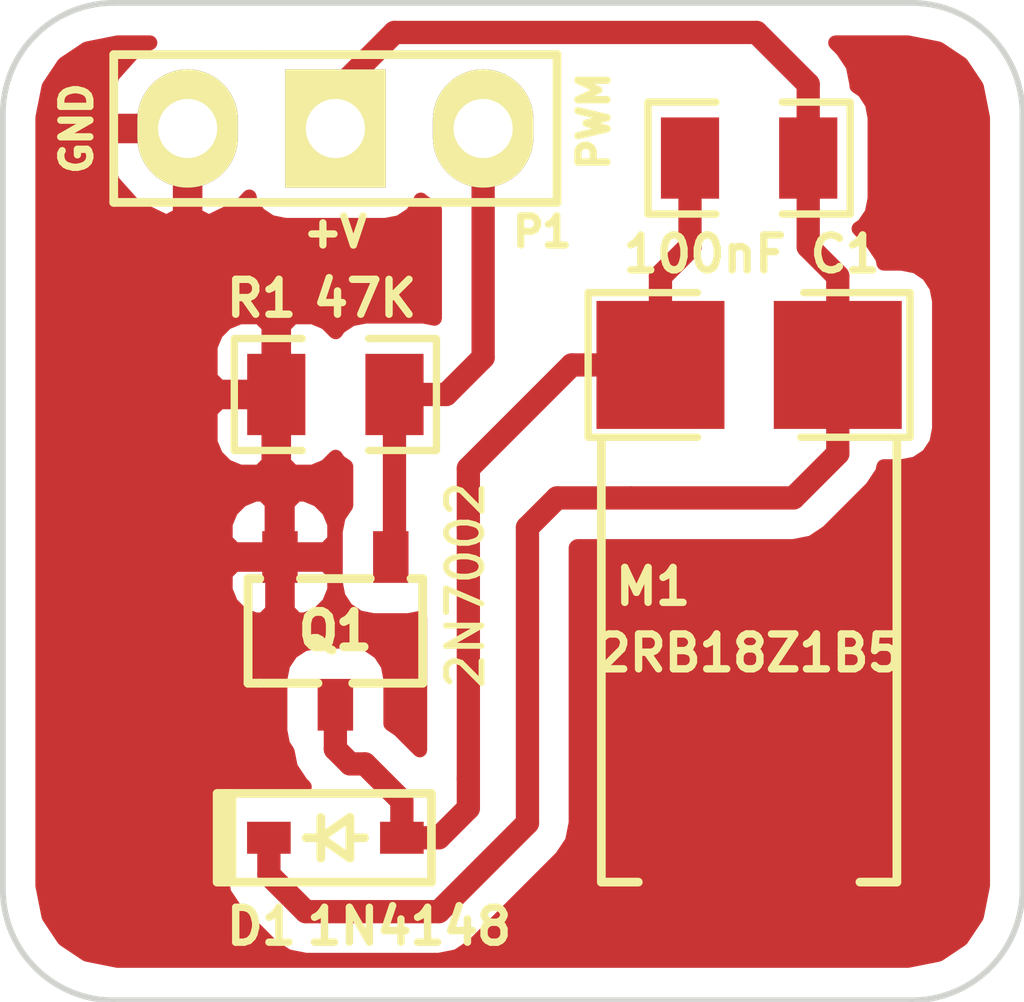
<source format=kicad_pcb>
(kicad_pcb (version 4) (host pcbnew 0.201505162027+5655~23~ubuntu14.04.1-product)

  (general
    (links 10)
    (no_connects 0)
    (area 153.557572 61.544999 173.405001 78.790001)
    (thickness 1.6)
    (drawings 8)
    (tracks 48)
    (zones 0)
    (modules 6)
    (nets 5)
  )

  (page A4)
  (layers
    (0 F.Cu signal)
    (31 B.Cu signal)
    (32 B.Adhes user)
    (33 F.Adhes user)
    (34 B.Paste user)
    (35 F.Paste user)
    (36 B.SilkS user)
    (37 F.SilkS user)
    (38 B.Mask user)
    (39 F.Mask user)
    (40 Dwgs.User user)
    (41 Cmts.User user)
    (42 Eco1.User user)
    (43 Eco2.User user)
    (44 Edge.Cuts user)
    (45 Margin user)
    (46 B.CrtYd user)
    (47 F.CrtYd user)
    (48 B.Fab user)
    (49 F.Fab user)
  )

  (setup
    (last_trace_width 0.25)
    (trace_clearance 0.2)
    (zone_clearance 0.508)
    (zone_45_only no)
    (trace_min 0.2)
    (segment_width 0.2)
    (edge_width 0.1)
    (via_size 0.6)
    (via_drill 0.4)
    (via_min_size 0.4)
    (via_min_drill 0.3)
    (uvia_size 0.3)
    (uvia_drill 0.1)
    (uvias_allowed no)
    (uvia_min_size 0.2)
    (uvia_min_drill 0.1)
    (pcb_text_width 0.3)
    (pcb_text_size 1.5 1.5)
    (mod_edge_width 0.15)
    (mod_text_size 1 1)
    (mod_text_width 0.15)
    (pad_size 1.5 1.5)
    (pad_drill 0.6)
    (pad_to_mask_clearance 0)
    (aux_axis_origin 167.132 64.643)
    (visible_elements FFFFFF7F)
    (pcbplotparams
      (layerselection 0x01020_00000001)
      (usegerberextensions false)
      (excludeedgelayer true)
      (linewidth 0.100000)
      (plotframeref false)
      (viasonmask false)
      (mode 1)
      (useauxorigin false)
      (hpglpennumber 1)
      (hpglpenspeed 20)
      (hpglpendiameter 15)
      (hpglpenoverlay 2)
      (psnegative false)
      (psa4output false)
      (plotreference true)
      (plotvalue true)
      (plotinvisibletext false)
      (padsonsilk false)
      (subtractmaskfromsilk false)
      (outputformat 1)
      (mirror false)
      (drillshape 0)
      (scaleselection 1)
      (outputdirectory gerbers/))
  )

  (net 0 "")
  (net 1 "Net-(C1-Pad2)")
  (net 2 GND)
  (net 3 +5V)
  (net 4 "Net-(P1-Pad3)")

  (net_class Default "This is the default net class."
    (clearance 0.2)
    (trace_width 0.25)
    (via_dia 0.6)
    (via_drill 0.4)
    (uvia_dia 0.3)
    (uvia_drill 0.1)
  )

  (net_class Power ""
    (clearance 0.2)
    (trace_width 0.4)
    (via_dia 0.6)
    (via_drill 0.4)
    (uvia_dia 0.3)
    (uvia_drill 0.1)
    (add_net +5V)
    (add_net GND)
    (add_net "Net-(C1-Pad2)")
    (add_net "Net-(P1-Pad3)")
  )

  (module Vibration_motor (layer F.Cu) (tedit 555B8614) (tstamp 5540F8A3)
    (at 168.656 67.818 180)
    (path /5540F19B)
    (attr smd)
    (fp_text reference M1 (at 1.651 -3.81 360) (layer F.SilkS)
      (effects (font (size 0.6 0.6) (thickness 0.127)))
    )
    (fp_text value 2RB18Z1B5 (at 0 -4.953 360) (layer F.SilkS)
      (effects (font (size 0.6 0.6) (thickness 0.127)))
    )
    (fp_line (start -2.54 -8.89) (end -2.54 -1.27) (layer F.SilkS) (width 0.15))
    (fp_line (start 2.54 -8.89) (end 2.54 -1.27) (layer F.SilkS) (width 0.15))
    (fp_line (start -1.905 -8.89) (end -2.54 -8.89) (layer F.SilkS) (width 0.15))
    (fp_line (start 1.905 -8.89) (end 2.54 -8.89) (layer F.SilkS) (width 0.15))
    (fp_line (start -2.767 -1.243) (end -2.767 1.243) (layer F.SilkS) (width 0.127))
    (fp_line (start -2.74 1.243) (end -0.939 1.243) (layer F.SilkS) (width 0.127))
    (fp_line (start 0.889 -1.243) (end 2.74 -1.243) (layer F.SilkS) (width 0.127))
    (fp_line (start 2.767 -1.243) (end 2.767 1.243) (layer F.SilkS) (width 0.127))
    (fp_line (start 2.74 1.243) (end 0.889 1.243) (layer F.SilkS) (width 0.127))
    (fp_line (start -0.889 -1.243) (end -2.74 -1.243) (layer F.SilkS) (width 0.127))
    (pad 1 smd rect (at -1.524 0 180) (size 2.2 2.2) (layers F.Cu F.Paste F.Mask)
      (net 3 +5V))
    (pad 2 smd rect (at 1.524 0 180) (size 2.2 2.2) (layers F.Cu F.Paste F.Mask)
      (net 1 "Net-(C1-Pad2)"))
    (model smd/chip_cms.wrl
      (at (xyz 0 0 0))
      (scale (xyz 0.17 0.16 0.16))
      (rotate (xyz 0 0 0))
    )
  )

  (module Pin_Header_Straight_1x03_MOD (layer F.Cu) (tedit 5578180E) (tstamp 555B6B60)
    (at 159.004 63.754 90)
    (descr "Through hole pin header")
    (tags "pin header")
    (path /553FC63F)
    (fp_text reference P1 (at -1.778 6.096 180) (layer F.SilkS)
      (effects (font (size 0.5 0.5) (thickness 0.125)))
    )
    (fp_text value CONN (at 0 -3.1 90) (layer F.Fab) hide
      (effects (font (size 1 1) (thickness 0.15)))
    )
    (fp_line (start 1.27 -1.27) (end 1.27 1.27) (layer F.SilkS) (width 0.15))
    (fp_line (start -1.27 1.27) (end -1.27 -1.27) (layer F.SilkS) (width 0.15))
    (fp_text user PWM (at 0.127 6.985 270) (layer F.SilkS)
      (effects (font (size 0.5 0.5) (thickness 0.125)))
    )
    (fp_text user +V (at -1.778 2.54 180) (layer F.SilkS)
      (effects (font (size 0.5 0.5) (thickness 0.125)))
    )
    (fp_text user GND (at 0 -1.905 270) (layer F.SilkS)
      (effects (font (size 0.5 0.5) (thickness 0.125)))
    )
    (fp_line (start -1.75 -1.75) (end -1.75 6.85) (layer F.CrtYd) (width 0.05))
    (fp_line (start 1.75 -1.75) (end 1.75 6.85) (layer F.CrtYd) (width 0.05))
    (fp_line (start -1.75 -1.75) (end 1.75 -1.75) (layer F.CrtYd) (width 0.05))
    (fp_line (start -1.75 6.85) (end 1.75 6.85) (layer F.CrtYd) (width 0.05))
    (fp_line (start -1.27 1.27) (end -1.27 6.35) (layer F.SilkS) (width 0.15))
    (fp_line (start -1.27 6.35) (end 1.27 6.35) (layer F.SilkS) (width 0.15))
    (fp_line (start 1.27 6.35) (end 1.27 1.27) (layer F.SilkS) (width 0.15))
    (fp_line (start 1.27 -1.27) (end -1.27 -1.27) (layer F.SilkS) (width 0.15))
    (pad 1 thru_hole oval (at 0 0 90) (size 2.032 1.7272) (drill 1.016) (layers *.Cu *.Mask F.SilkS)
      (net 2 GND))
    (pad 2 thru_hole rect (at 0 2.54 90) (size 2.032 1.7272) (drill 1.016) (layers *.Cu *.Mask F.SilkS)
      (net 3 +5V))
    (pad 3 thru_hole oval (at 0 5.08 90) (size 2.032 1.7272) (drill 1.016) (layers *.Cu *.Mask F.SilkS)
      (net 4 "Net-(P1-Pad3)"))
    (model Pin_Headers.3dshapes/Pin_Header_Straight_1x03.wrl
      (at (xyz 0 -0.1 0))
      (scale (xyz 1 1 1))
      (rotate (xyz 0 0 90))
    )
  )

  (module "module library:SMD0805" (layer F.Cu) (tedit 555201EF) (tstamp 5551F689)
    (at 168.656 64.262 180)
    (path /553FB5F0)
    (attr smd)
    (fp_text reference C1 (at -1.651 -1.651 360) (layer F.SilkS)
      (effects (font (size 0.6 0.6) (thickness 0.127)))
    )
    (fp_text value 100nF (at 0.762 -1.651 360) (layer F.SilkS)
      (effects (font (size 0.6 0.6) (thickness 0.127)))
    )
    (fp_line (start -0.5715 0.962) (end -1.7335 0.962) (layer F.SilkS) (width 0.127))
    (fp_line (start -1.7375 0.95) (end -1.7375 -0.962) (layer F.SilkS) (width 0.127))
    (fp_line (start -1.7335 -0.962) (end -0.5715 -0.962) (layer F.SilkS) (width 0.127))
    (fp_line (start 0.5715 -0.962) (end 1.7335 -0.962) (layer F.SilkS) (width 0.127))
    (fp_line (start 1.7375 -0.962) (end 1.7375 0.95) (layer F.SilkS) (width 0.127))
    (fp_line (start 1.7335 0.962) (end 0.5715 0.962) (layer F.SilkS) (width 0.127))
    (pad 1 smd rect (at -1.016 0 180) (size 1 1.397) (layers F.Cu F.Paste F.Mask)
      (net 3 +5V))
    (pad 2 smd rect (at 1.016 0 180) (size 1 1.397) (layers F.Cu F.Paste F.Mask)
      (net 1 "Net-(C1-Pad2)"))
    (model smd/chip_cms.wrl
      (at (xyz 0 0 0))
      (scale (xyz 0.1 0.1 0.1))
      (rotate (xyz 0 0 0))
    )
  )

  (module "module library:SMD0805" (layer F.Cu) (tedit 55520218) (tstamp 5551F6DD)
    (at 161.544 68.326 180)
    (path /553FB565)
    (attr smd)
    (fp_text reference R1 (at 1.27 1.651 360) (layer F.SilkS)
      (effects (font (size 0.6 0.6) (thickness 0.127)))
    )
    (fp_text value 47K (at -0.508 1.651 360) (layer F.SilkS)
      (effects (font (size 0.6 0.6) (thickness 0.127)))
    )
    (fp_line (start -0.5715 0.962) (end -1.7335 0.962) (layer F.SilkS) (width 0.127))
    (fp_line (start -1.7375 0.95) (end -1.7375 -0.962) (layer F.SilkS) (width 0.127))
    (fp_line (start -1.7335 -0.962) (end -0.5715 -0.962) (layer F.SilkS) (width 0.127))
    (fp_line (start 0.5715 -0.962) (end 1.7335 -0.962) (layer F.SilkS) (width 0.127))
    (fp_line (start 1.7375 -0.962) (end 1.7375 0.95) (layer F.SilkS) (width 0.127))
    (fp_line (start 1.7335 0.962) (end 0.5715 0.962) (layer F.SilkS) (width 0.127))
    (pad 1 smd rect (at -1.016 0 180) (size 1 1.397) (layers F.Cu F.Paste F.Mask)
      (net 4 "Net-(P1-Pad3)"))
    (pad 2 smd rect (at 1.016 0 180) (size 1 1.397) (layers F.Cu F.Paste F.Mask)
      (net 2 GND))
    (model smd/chip_cms.wrl
      (at (xyz 0 0 0))
      (scale (xyz 0.1 0.1 0.1))
      (rotate (xyz 0 0 0))
    )
  )

  (module "module library:SOD-323" (layer F.Cu) (tedit 557805AF) (tstamp 5551FB8B)
    (at 161.544 75.946)
    (descr SOD-323)
    (tags SOD-323)
    (path /5540F39F)
    (attr smd)
    (fp_text reference D1 (at -1.27 1.524) (layer F.SilkS)
      (effects (font (size 0.6 0.6) (thickness 0.127)))
    )
    (fp_text value 1N4148 (at 1.27 1.524) (layer F.SilkS)
      (effects (font (size 0.6 0.6) (thickness 0.127)))
    )
    (fp_line (start -2.032 -0.762) (end -1.778 -0.762) (layer F.SilkS) (width 0.15))
    (fp_line (start -2.032 -0.762) (end -2.032 0.762) (layer F.SilkS) (width 0.15))
    (fp_line (start -1.905 0.762) (end -1.905 -0.762) (layer F.SilkS) (width 0.15))
    (fp_line (start -1.778 -0.762) (end -1.778 0.762) (layer F.SilkS) (width 0.15))
    (fp_line (start 1.651 -0.762) (end 1.651 0.762) (layer F.SilkS) (width 0.15))
    (fp_line (start -1.905 -0.762) (end 1.651 -0.762) (layer F.SilkS) (width 0.15))
    (fp_line (start 1.651 0.762) (end -2.032 0.762) (layer F.SilkS) (width 0.15))
    (fp_line (start 0.25 0) (end 0.5 0) (layer F.SilkS) (width 0.15))
    (fp_line (start -0.25 0) (end -0.5 0) (layer F.SilkS) (width 0.15))
    (fp_line (start -0.25 0) (end 0.25 -0.35) (layer F.SilkS) (width 0.15))
    (fp_line (start 0.25 -0.35) (end 0.25 0.35) (layer F.SilkS) (width 0.15))
    (fp_line (start 0.25 0.35) (end -0.25 0) (layer F.SilkS) (width 0.15))
    (fp_line (start -0.25 -0.35) (end -0.25 0.35) (layer F.SilkS) (width 0.15))
    (fp_line (start -1.6905 -0.95) (end 1.63 -0.95) (layer F.CrtYd) (width 0.05))
    (fp_line (start 1.627 -0.95) (end 1.627 0.95) (layer F.CrtYd) (width 0.05))
    (fp_line (start -1.6905 0.95) (end 1.63 0.95) (layer F.CrtYd) (width 0.05))
    (fp_line (start -1.6905 -0.95) (end -1.6905 0.95) (layer F.CrtYd) (width 0.05))
    (pad 1 smd rect (at -1.143 0) (size 0.75 0.55) (layers F.Cu F.Paste F.Mask)
      (net 3 +5V))
    (pad 2 smd rect (at 1.143 0) (size 0.75 0.55) (layers F.Cu F.Paste F.Mask)
      (net 1 "Net-(C1-Pad2)"))
  )

  (module "module library:SOT23-5_MOD_PINOUT" (layer F.Cu) (tedit 555B8867) (tstamp 555206F9)
    (at 161.544 72.39 180)
    (tags SOT23-5_Opendous)
    (path /553FBAA5)
    (attr smd)
    (fp_text reference Q1 (at 0 0 180) (layer F.SilkS)
      (effects (font (size 0.6096 0.6096) (thickness 0.1524)))
    )
    (fp_text value 2N7002 (at -2.2352 0.7874 450) (layer F.SilkS)
      (effects (font (size 0.6096 0.6096) (thickness 0.1)))
    )
    (fp_line (start -0.59944 0.89916) (end 0.59944 0.89916) (layer F.SilkS) (width 0.1524))
    (fp_line (start -1.30048 -0.89916) (end -0.29972 -0.89916) (layer F.SilkS) (width 0.1524))
    (fp_line (start 1.30048 -0.89916) (end 0.29972 -0.89916) (layer F.SilkS) (width 0.1524))
    (fp_line (start -1.50114 -0.89916) (end -1.30048 -0.89916) (layer F.SilkS) (width 0.1524))
    (fp_line (start -1.50114 -0.89916) (end -1.50114 0.89916) (layer F.SilkS) (width 0.1524))
    (fp_line (start -1.50114 0.89916) (end -1.30048 0.89916) (layer F.SilkS) (width 0.1524))
    (fp_line (start 1.50114 0.89916) (end 1.30048 0.89916) (layer F.SilkS) (width 0.1524))
    (fp_line (start 1.50114 -0.89916) (end 1.30048 -0.89916) (layer F.SilkS) (width 0.1524))
    (fp_line (start 1.50114 0.89916) (end 1.50114 -0.89916) (layer F.SilkS) (width 0.1524))
    (pad 3 smd rect (at 0.9525 1.27 180) (size 0.6096 0.889) (layers F.Cu F.Paste F.Mask)
      (net 2 GND))
    (pad 2 smd rect (at -0.9525 1.27 180) (size 0.6096 0.889) (layers F.Cu F.Paste F.Mask)
      (net 4 "Net-(P1-Pad3)"))
    (pad 1 smd rect (at 0 -1.27 180) (size 0.6096 0.889) (layers F.Cu F.Paste F.Mask)
      (net 1 "Net-(C1-Pad2)"))
    (model techno/SOT23_6.wrl
      (at (xyz 0 0 0.001))
      (scale (xyz 0.3937 0.3937 0.3937))
      (rotate (xyz -90 0 0))
    )
  )

  (gr_line (start 171.45 78.74) (end 157.734 78.74) (angle 90) (layer Edge.Cuts) (width 0.1))
  (gr_line (start 157.734 61.595) (end 171.45 61.595) (angle 90) (layer Edge.Cuts) (width 0.1))
  (gr_line (start 155.829 63.5) (end 155.829 76.835) (angle 90) (layer Edge.Cuts) (width 0.1))
  (gr_line (start 173.355 63.5) (end 173.355 76.835) (angle 90) (layer Edge.Cuts) (width 0.1))
  (gr_arc (start 157.734 76.835) (end 157.734 78.74) (angle 90) (layer Edge.Cuts) (width 0.1))
  (gr_arc (start 171.45 76.835) (end 173.355 76.835) (angle 90) (layer Edge.Cuts) (width 0.1))
  (gr_arc (start 157.734 63.5) (end 155.829 63.5) (angle 90) (layer Edge.Cuts) (width 0.1))
  (gr_arc (start 171.45 63.5) (end 171.45 61.595) (angle 90) (layer Edge.Cuts) (width 0.1))

  (segment (start 167.64 65.786) (end 167.132 66.294) (width 0.4) (layer F.Cu) (net 1) (tstamp 557806B2))
  (segment (start 167.64 64.262) (end 167.64 65.786) (width 0.4) (layer F.Cu) (net 1))
  (segment (start 167.132 66.294) (end 167.132 67.818) (width 0.4) (layer F.Cu) (net 1) (tstamp 557806B3))
  (segment (start 162.687 75.946) (end 162.814 75.946) (width 0.4) (layer F.Cu) (net 1))
  (segment (start 162.687 75.311) (end 162.052 74.676) (width 0.4) (layer F.Cu) (net 1) (tstamp 557815DA))
  (segment (start 162.052 74.676) (end 161.798 74.676) (width 0.4) (layer F.Cu) (net 1) (tstamp 557815DF))
  (segment (start 161.798 74.676) (end 161.544 74.422) (width 0.4) (layer F.Cu) (net 1) (tstamp 557815E0))
  (segment (start 161.544 74.422) (end 161.544 73.66) (width 0.4) (layer F.Cu) (net 1) (tstamp 557815E2))
  (segment (start 162.687 75.946) (end 162.687 75.311) (width 0.4) (layer F.Cu) (net 1))
  (segment (start 163.322 75.946) (end 163.83 75.438) (width 0.4) (layer F.Cu) (net 1) (tstamp 557815EA))
  (segment (start 163.83 75.438) (end 163.83 74.93) (width 0.4) (layer F.Cu) (net 1) (tstamp 557815F0))
  (segment (start 163.83 69.596) (end 165.608 67.818) (width 0.4) (layer F.Cu) (net 1) (tstamp 557806B7))
  (segment (start 165.608 67.818) (end 167.132 67.818) (width 0.4) (layer F.Cu) (net 1) (tstamp 557806B8))
  (segment (start 163.83 74.93) (end 163.83 70.612) (width 0.4) (layer F.Cu) (net 1) (tstamp 55780643))
  (segment (start 163.83 70.612) (end 163.83 69.596) (width 0.4) (layer F.Cu) (net 1))
  (segment (start 162.687 75.946) (end 163.322 75.946) (width 0.4) (layer F.Cu) (net 1))
  (segment (start 160.528 68.326) (end 160.528 71.0565) (width 0.4) (layer F.Cu) (net 2))
  (segment (start 160.528 71.0565) (end 160.5915 71.12) (width 0.4) (layer F.Cu) (net 2) (tstamp 55780629))
  (segment (start 159.004 65.024) (end 159.004 67.818) (width 0.4) (layer F.Cu) (net 2) (tstamp 557817E9))
  (segment (start 159.004 64.516) (end 159.004 65.024) (width 0.4) (layer F.Cu) (net 2))
  (segment (start 159.512 68.326) (end 160.528 68.326) (width 0.4) (layer F.Cu) (net 2) (tstamp 557805AD))
  (segment (start 159.004 67.818) (end 159.512 68.326) (width 0.4) (layer F.Cu) (net 2) (tstamp 557805AC))
  (segment (start 159.004 63.754) (end 159.004 65.024) (width 0.4) (layer F.Cu) (net 2))
  (segment (start 161.544 63.754) (end 161.544 63.119) (width 0.4) (layer F.Cu) (net 3))
  (segment (start 161.544 63.119) (end 162.56 62.103) (width 0.4) (layer F.Cu) (net 3) (tstamp 557C1896))
  (segment (start 169.672 62.992) (end 169.672 64.262) (width 0.4) (layer F.Cu) (net 3) (tstamp 557C18A3))
  (segment (start 168.783 62.103) (end 169.672 62.992) (width 0.4) (layer F.Cu) (net 3) (tstamp 557C189F))
  (segment (start 162.56 62.103) (end 168.783 62.103) (width 0.4) (layer F.Cu) (net 3) (tstamp 557C189A))
  (segment (start 169.672 64.262) (end 169.672 65.786) (width 0.4) (layer F.Cu) (net 3))
  (segment (start 170.18 66.294) (end 170.18 67.818) (width 0.4) (layer F.Cu) (net 3) (tstamp 557806AF))
  (segment (start 169.672 65.786) (end 170.18 66.294) (width 0.4) (layer F.Cu) (net 3) (tstamp 557806AE))
  (segment (start 161.036 77.216) (end 163.322 77.216) (width 0.4) (layer F.Cu) (net 3) (tstamp 55781560))
  (segment (start 160.401 76.581) (end 161.036 77.216) (width 0.4) (layer F.Cu) (net 3) (tstamp 5578155F))
  (segment (start 160.401 75.946) (end 160.401 76.581) (width 0.4) (layer F.Cu) (net 3))
  (segment (start 165.354 70.104) (end 164.846 70.612) (width 0.4) (layer F.Cu) (net 3) (tstamp 557815FF))
  (segment (start 164.846 70.612) (end 164.846 75.692) (width 0.4) (layer F.Cu) (net 3) (tstamp 55781602))
  (segment (start 164.846 75.692) (end 163.322 77.216) (width 0.4) (layer F.Cu) (net 3) (tstamp 55781609))
  (segment (start 170.18 67.818) (end 170.18 69.342) (width 0.4) (layer F.Cu) (net 3) (tstamp 5578156F))
  (segment (start 169.418 70.104) (end 170.18 69.342) (width 0.4) (layer F.Cu) (net 3) (tstamp 5578156E))
  (segment (start 166.624 70.104) (end 169.418 70.104) (width 0.4) (layer F.Cu) (net 3) (tstamp 5578156D))
  (segment (start 166.624 70.104) (end 165.354 70.104) (width 0.4) (layer F.Cu) (net 3))
  (segment (start 161.544 63.754) (end 161.544 63.246) (width 0.4) (layer F.Cu) (net 3))
  (segment (start 164.084 63.754) (end 164.084 67.691) (width 0.4) (layer F.Cu) (net 4))
  (segment (start 163.449 68.326) (end 162.56 68.326) (width 0.4) (layer F.Cu) (net 4) (tstamp 55805222))
  (segment (start 164.084 67.691) (end 163.449 68.326) (width 0.4) (layer F.Cu) (net 4) (tstamp 55805220))
  (segment (start 162.56 68.326) (end 162.56 71.0565) (width 0.4) (layer F.Cu) (net 4))
  (segment (start 162.56 71.0565) (end 162.4965 71.12) (width 0.4) (layer F.Cu) (net 4) (tstamp 5580521D))
  (segment (start 162.56 71.0565) (end 162.4965 71.12) (width 0.25) (layer F.Cu) (net 4) (tstamp 55780626))

  (zone (net 2) (net_name GND) (layer F.Cu) (tstamp 554144DE) (hatch edge 0.508)
    (connect_pads (clearance 0.508))
    (min_thickness 0.254)
    (fill yes (arc_segments 16) (thermal_gap 0.508) (thermal_bridge_width 0.508))
    (polygon
      (pts
        (xy 157.607 61.722) (xy 157.353 61.722) (xy 156.972 61.849) (xy 156.591 62.103) (xy 156.337 62.357)
        (xy 156.083 62.738) (xy 155.956 63.119) (xy 155.956 63.373) (xy 155.956 77.089) (xy 156.083 77.5335)
        (xy 156.2735 77.851) (xy 156.464 78.105) (xy 156.7815 78.359) (xy 157.1625 78.5495) (xy 157.48 78.613)
        (xy 171.577 78.613) (xy 171.958 78.5495) (xy 172.2755 78.4225) (xy 172.593 78.232) (xy 172.847 77.978)
        (xy 173.0375 77.6605) (xy 173.1645 77.343) (xy 173.228 77.1525) (xy 173.228 63.1825) (xy 173.101 62.8015)
        (xy 172.9105 62.484) (xy 172.6565 62.1665) (xy 172.2755 61.9125) (xy 171.831 61.722) (xy 157.607 61.722)
      )
    )
    (filled_polygon
      (pts
        (xy 172.67 76.767534) (xy 172.564735 77.296738) (xy 172.303181 77.688179) (xy 171.911738 77.949734) (xy 171.382533 78.055)
        (xy 158.877 78.055) (xy 158.877 65.240217) (xy 158.877 63.881) (xy 157.663076 63.881) (xy 157.518816 64.115913)
        (xy 157.712046 64.66832) (xy 158.101964 65.104732) (xy 158.629209 65.358709) (xy 158.644974 65.361358) (xy 158.877 65.240217)
        (xy 158.877 78.055) (xy 157.801465 78.055) (xy 157.272261 77.949735) (xy 156.88082 77.688181) (xy 156.619265 77.296738)
        (xy 156.514 76.767533) (xy 156.514 63.567466) (xy 156.619265 63.038261) (xy 156.88082 62.646818) (xy 157.272261 62.385264)
        (xy 157.801465 62.28) (xy 158.357862 62.28) (xy 158.101964 62.403268) (xy 157.712046 62.83968) (xy 157.518816 63.392087)
        (xy 157.663076 63.627) (xy 158.877 63.627) (xy 158.877 63.607) (xy 159.131 63.607) (xy 159.131 63.627)
        (xy 159.151 63.627) (xy 159.151 63.881) (xy 159.131 63.881) (xy 159.131 65.240217) (xy 159.363026 65.361358)
        (xy 159.378791 65.358709) (xy 159.906036 65.104732) (xy 160.063673 64.928298) (xy 160.079937 65.012123) (xy 160.219727 65.224927)
        (xy 160.43076 65.367377) (xy 160.6804 65.41744) (xy 162.4076 65.41744) (xy 162.649723 65.370463) (xy 162.862527 65.230673)
        (xy 163.004977 65.01964) (xy 163.012718 64.981037) (xy 163.02433 64.998415) (xy 163.249 65.148534) (xy 163.249 67.017962)
        (xy 163.06 66.98006) (xy 162.06 66.98006) (xy 161.817877 67.027037) (xy 161.605073 67.166827) (xy 161.548767 67.250241)
        (xy 161.387698 67.089173) (xy 161.154309 66.9925) (xy 160.81375 66.9925) (xy 160.655 67.15125) (xy 160.655 68.199)
        (xy 160.675 68.199) (xy 160.675 68.453) (xy 160.655 68.453) (xy 160.655 69.50075) (xy 160.81375 69.6595)
        (xy 161.154309 69.6595) (xy 161.387698 69.562827) (xy 161.548489 69.402036) (xy 161.599327 69.479427) (xy 161.725 69.564257)
        (xy 161.725 70.232268) (xy 161.594323 70.42586) (xy 161.54426 70.6755) (xy 161.54426 71.5645) (xy 161.591237 71.806623)
        (xy 161.731027 72.019427) (xy 161.94206 72.161877) (xy 162.1917 72.21194) (xy 162.8013 72.21194) (xy 162.995 72.174358)
        (xy 162.995 74.438132) (xy 162.642434 74.085566) (xy 162.49624 73.987882) (xy 162.49624 73.2155) (xy 162.449263 72.973377)
        (xy 162.309473 72.760573) (xy 162.09844 72.618123) (xy 161.8488 72.56806) (xy 161.5313 72.56806) (xy 161.5313 71.69081)
        (xy 161.5313 71.438191) (xy 161.5313 71.40575) (xy 161.5313 70.83425) (xy 161.5313 70.801809) (xy 161.5313 70.54919)
        (xy 161.434627 70.315801) (xy 161.255998 70.137173) (xy 161.022609 70.0405) (xy 160.87725 70.0405) (xy 160.7185 70.19925)
        (xy 160.7185 70.993) (xy 161.37255 70.993) (xy 161.5313 70.83425) (xy 161.5313 71.40575) (xy 161.37255 71.247)
        (xy 160.7185 71.247) (xy 160.7185 72.04075) (xy 160.87725 72.1995) (xy 161.022609 72.1995) (xy 161.255998 72.102827)
        (xy 161.434627 71.924199) (xy 161.5313 71.69081) (xy 161.5313 72.56806) (xy 161.2392 72.56806) (xy 160.997077 72.615037)
        (xy 160.784273 72.754827) (xy 160.641823 72.96586) (xy 160.59176 73.2155) (xy 160.59176 74.1045) (xy 160.638737 74.346623)
        (xy 160.718011 74.467303) (xy 160.772561 74.741541) (xy 160.953566 75.012434) (xy 161.012024 75.070892) (xy 160.776 75.02356)
        (xy 160.4645 75.02356) (xy 160.4645 72.04075) (xy 160.4645 71.247) (xy 160.4645 70.993) (xy 160.4645 70.19925)
        (xy 160.401 70.13575) (xy 160.401 69.50075) (xy 160.401 68.453) (xy 160.401 68.199) (xy 160.401 67.15125)
        (xy 160.24225 66.9925) (xy 159.901691 66.9925) (xy 159.668302 67.089173) (xy 159.489673 67.267801) (xy 159.393 67.50119)
        (xy 159.393 67.753809) (xy 159.393 68.04025) (xy 159.55175 68.199) (xy 160.401 68.199) (xy 160.401 68.453)
        (xy 159.55175 68.453) (xy 159.393 68.61175) (xy 159.393 68.898191) (xy 159.393 69.15081) (xy 159.489673 69.384199)
        (xy 159.668302 69.562827) (xy 159.901691 69.6595) (xy 160.24225 69.6595) (xy 160.401 69.50075) (xy 160.401 70.13575)
        (xy 160.30575 70.0405) (xy 160.160391 70.0405) (xy 159.927002 70.137173) (xy 159.748373 70.315801) (xy 159.6517 70.54919)
        (xy 159.6517 70.801809) (xy 159.6517 70.83425) (xy 159.81045 70.993) (xy 160.4645 70.993) (xy 160.4645 71.247)
        (xy 159.81045 71.247) (xy 159.6517 71.40575) (xy 159.6517 71.438191) (xy 159.6517 71.69081) (xy 159.748373 71.924199)
        (xy 159.927002 72.102827) (xy 160.160391 72.1995) (xy 160.30575 72.1995) (xy 160.4645 72.04075) (xy 160.4645 75.02356)
        (xy 160.026 75.02356) (xy 159.783877 75.070537) (xy 159.571073 75.210327) (xy 159.428623 75.42136) (xy 159.37856 75.671)
        (xy 159.37856 76.221) (xy 159.425537 76.463123) (xy 159.565327 76.675927) (xy 159.587915 76.691174) (xy 159.629561 76.900541)
        (xy 159.810566 77.171434) (xy 160.445566 77.806434) (xy 160.716459 77.987439) (xy 160.71646 77.98744) (xy 161.036 78.051)
        (xy 163.322 78.051) (xy 163.64154 77.987439) (xy 163.641541 77.987439) (xy 163.912434 77.806434) (xy 165.436434 76.282434)
        (xy 165.617439 76.011541) (xy 165.617439 76.01154) (xy 165.680999 75.692) (xy 165.681 75.692) (xy 165.681 70.957868)
        (xy 165.699868 70.939) (xy 166.624 70.939) (xy 169.418 70.939) (xy 169.73754 70.875439) (xy 169.737541 70.875439)
        (xy 170.008434 70.694434) (xy 170.770434 69.932434) (xy 170.951439 69.661541) (xy 170.95144 69.66154) (xy 170.970555 69.56544)
        (xy 171.28 69.56544) (xy 171.522123 69.518463) (xy 171.734927 69.378673) (xy 171.877377 69.16764) (xy 171.92744 68.918)
        (xy 171.92744 66.718) (xy 171.880463 66.475877) (xy 171.740673 66.263073) (xy 171.52964 66.120623) (xy 171.28 66.07056)
        (xy 170.970554 66.07056) (xy 170.951439 65.97446) (xy 170.951439 65.974459) (xy 170.860936 65.839012) (xy 170.770434 65.703566)
        (xy 170.770434 65.703565) (xy 170.543104 65.476235) (xy 170.626927 65.421173) (xy 170.769377 65.21014) (xy 170.81944 64.9605)
        (xy 170.81944 63.5635) (xy 170.772463 63.321377) (xy 170.632673 63.108573) (xy 170.507 63.023742) (xy 170.507 62.992)
        (xy 170.443439 62.67246) (xy 170.443439 62.672459) (xy 170.262434 62.401566) (xy 170.140868 62.28) (xy 171.382533 62.28)
        (xy 171.911738 62.385265) (xy 172.303181 62.64682) (xy 172.564735 63.038261) (xy 172.67 63.567465) (xy 172.67 76.767534)
      )
    )
  )
)

</source>
